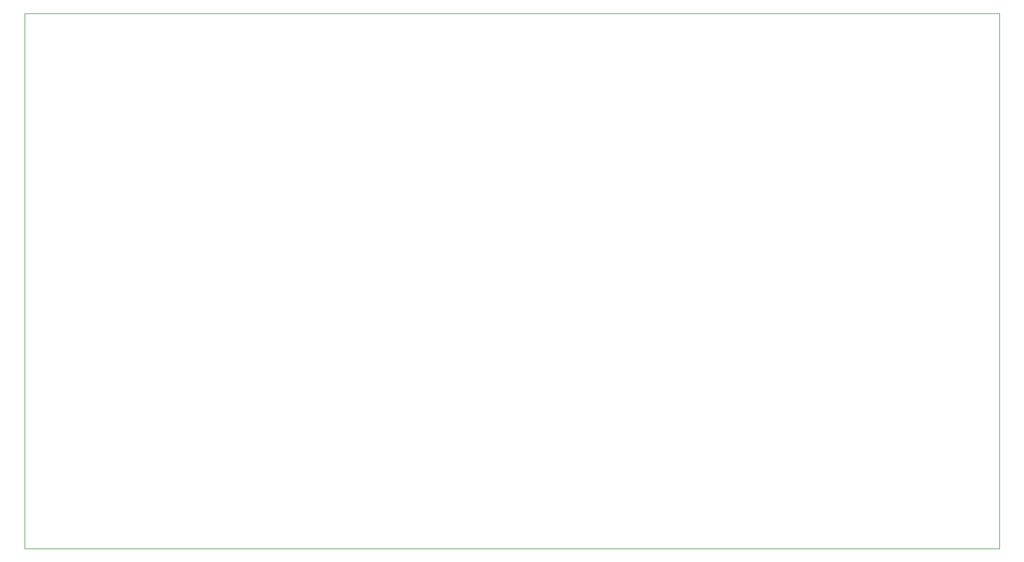
<source format=gbr>
%TF.GenerationSoftware,KiCad,Pcbnew,9.0.1*%
%TF.CreationDate,2025-10-26T11:51:32+05:30*%
%TF.ProjectId,SoundTab,536f756e-6454-4616-922e-6b696361645f,rev?*%
%TF.SameCoordinates,Original*%
%TF.FileFunction,Profile,NP*%
%FSLAX46Y46*%
G04 Gerber Fmt 4.6, Leading zero omitted, Abs format (unit mm)*
G04 Created by KiCad (PCBNEW 9.0.1) date 2025-10-26 11:51:32*
%MOMM*%
%LPD*%
G01*
G04 APERTURE LIST*
%TA.AperFunction,Profile*%
%ADD10C,0.050000*%
%TD*%
G04 APERTURE END LIST*
D10*
X72000000Y-59500000D02*
X219500000Y-59500000D01*
X219500000Y-140500000D01*
X72000000Y-140500000D01*
X72000000Y-59500000D01*
M02*

</source>
